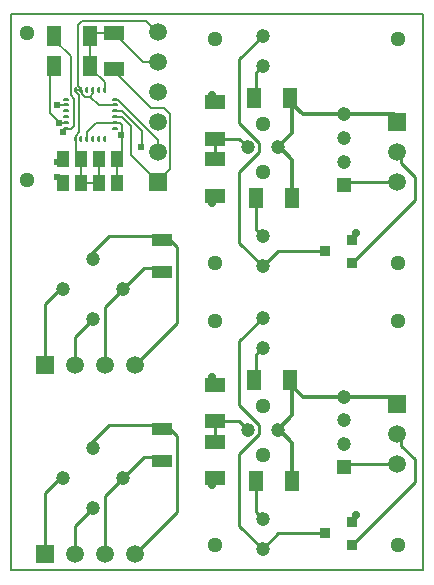
<source format=gtl>
%FSLAX23Y23*%
%MOIN*%
G70*
G01*
G75*
G04 Layer_Physical_Order=1*
G04 Layer_Color=255*
%ADD10C,0.005*%
%ADD11R,0.067X0.043*%
%ADD12C,0.010*%
%ADD13R,0.037X0.035*%
%ADD14R,0.037X0.035*%
%ADD15R,0.045X0.069*%
%ADD16R,0.069X0.045*%
%ADD17C,0.012*%
%ADD18R,0.043X0.055*%
%ADD19O,0.010X0.022*%
%ADD20O,0.022X0.010*%
%ADD21C,0.008*%
%ADD22C,0.047*%
%ADD23C,0.059*%
%ADD24R,0.059X0.059*%
%ADD25R,0.059X0.059*%
%ADD26R,0.047X0.047*%
%ADD27C,0.051*%
%ADD28C,0.028*%
%ADD29C,0.024*%
D10*
X0Y0D02*
X1374D01*
Y1853D01*
X0D02*
X1374D01*
X0Y0D02*
Y1853D01*
D11*
X504Y366D02*
D03*
Y472D02*
D03*
Y996D02*
D03*
Y1102D02*
D03*
D12*
X314Y249D02*
X444Y379D01*
X314Y56D02*
Y249D01*
X312Y54D02*
X314Y56D01*
X270Y429D02*
X325Y484D01*
X517D01*
X444Y379D02*
X506D01*
X212Y54D02*
Y147D01*
X269Y204D01*
X112Y54D02*
Y257D01*
X164Y309D01*
X552Y194D02*
Y449D01*
X412Y54D02*
X552Y194D01*
X517Y484D02*
X552Y449D01*
X314Y879D02*
X444Y1009D01*
X314Y686D02*
Y879D01*
X312Y684D02*
X314Y686D01*
X270Y1059D02*
X325Y1114D01*
X517D01*
X444Y1009D02*
X506D01*
X212Y684D02*
Y777D01*
X269Y834D01*
X112Y684D02*
Y887D01*
X164Y939D01*
X552Y824D02*
Y1078D01*
X412Y684D02*
X552Y824D01*
X517Y1114D02*
X552Y1078D01*
X1111Y343D02*
X1121Y353D01*
X1301D02*
X1121D01*
X1301Y416D02*
Y453D01*
X1345Y371D02*
X1301Y416D01*
X1345Y294D02*
Y371D01*
X1137Y85D02*
X1345Y294D01*
X1045Y123D02*
X889D01*
X838Y72D02*
X889Y123D01*
X817Y193D02*
Y299D01*
X838Y172D02*
X817Y193D01*
Y614D02*
Y721D01*
X838Y741D01*
X678Y429D02*
Y499D01*
X838Y72D02*
X761Y149D01*
Y764D02*
X838Y841D01*
X758Y499D02*
X678D01*
X788Y469D02*
X758Y499D01*
X761Y149D02*
Y387D01*
X827Y454D01*
X804Y507D02*
X761Y550D01*
Y764D01*
X827Y454D02*
Y484D01*
X804Y507D01*
Y507D01*
X1111Y1284D02*
X1121Y1294D01*
X1301D02*
X1121D01*
X1301Y1357D02*
Y1394D01*
X1345Y1312D02*
X1301Y1357D01*
X1345Y1235D02*
Y1312D01*
X1137Y1026D02*
X1345Y1235D01*
X1045Y1064D02*
X889D01*
X838Y1013D02*
X889Y1064D01*
X817Y1134D02*
Y1240D01*
X838Y1113D02*
X817Y1134D01*
Y1555D02*
Y1662D01*
X838Y1682D01*
X678Y1370D02*
Y1439D01*
X838Y1013D02*
X761Y1090D01*
Y1705D02*
X838Y1782D01*
X758Y1439D02*
X678D01*
X788Y1410D02*
X758Y1439D01*
X761Y1090D02*
Y1328D01*
X827Y1395D01*
X804Y1448D02*
X761Y1491D01*
Y1705D01*
X827Y1395D02*
Y1425D01*
X804Y1448D01*
Y1448D01*
D13*
X1045Y123D02*
D03*
X1137Y85D02*
D03*
X1045Y1064D02*
D03*
X1137Y1026D02*
D03*
D14*
X1137Y160D02*
D03*
Y1101D02*
D03*
D15*
X817Y299D02*
D03*
X937D02*
D03*
X811Y633D02*
D03*
X931D02*
D03*
X817Y1240D02*
D03*
X937D02*
D03*
X811Y1574D02*
D03*
X931D02*
D03*
X264Y1680D02*
D03*
X144D02*
D03*
X264Y1780D02*
D03*
X144D02*
D03*
D16*
X678Y309D02*
D03*
Y429D02*
D03*
Y619D02*
D03*
Y499D02*
D03*
Y1249D02*
D03*
Y1370D02*
D03*
Y1560D02*
D03*
Y1439D02*
D03*
X344Y1790D02*
D03*
Y1670D02*
D03*
D17*
X1111Y579D02*
X973D01*
X937Y614D01*
Y518D02*
Y614D01*
X888Y469D02*
X937Y518D01*
Y299D02*
Y426D01*
X895Y469D01*
X888D01*
X1301Y553D02*
X1275Y579D01*
X1111D01*
Y1520D02*
X973D01*
X937Y1555D01*
Y1459D02*
Y1555D01*
X888Y1410D02*
X937Y1459D01*
Y1240D02*
Y1367D01*
X895Y1410D01*
X888D01*
X1301Y1494D02*
X1275Y1520D01*
X1111D01*
D18*
X294Y1370D02*
D03*
X354D02*
D03*
X294Y1290D02*
D03*
X354D02*
D03*
X234Y1370D02*
D03*
X174D02*
D03*
X234Y1290D02*
D03*
X174D02*
D03*
D19*
X215Y1438D02*
D03*
X234D02*
D03*
X254D02*
D03*
X274D02*
D03*
X294D02*
D03*
X313D02*
D03*
Y1602D02*
D03*
X294D02*
D03*
X274D02*
D03*
X254D02*
D03*
X234D02*
D03*
X215D02*
D03*
D20*
X346Y1471D02*
D03*
Y1490D02*
D03*
Y1510D02*
D03*
Y1530D02*
D03*
Y1550D02*
D03*
Y1569D02*
D03*
X182D02*
D03*
Y1550D02*
D03*
Y1530D02*
D03*
Y1510D02*
D03*
Y1490D02*
D03*
Y1471D02*
D03*
D21*
X489Y1695D02*
X439D01*
X344Y1790D01*
X274D01*
X264Y1780D02*
X274Y1790D01*
X264Y1680D02*
Y1780D01*
Y1676D02*
Y1680D01*
X313Y1627D02*
X264Y1676D01*
X313Y1602D02*
Y1627D01*
X314Y1601D02*
X313Y1602D01*
X346Y1490D02*
X284D01*
X294Y1290D02*
Y1370D01*
X294Y1290D02*
X294Y1290D01*
X294Y1290D02*
X234D01*
Y1370D01*
X234Y1602D02*
X215D01*
X237Y1599D02*
X234Y1602D01*
X237Y1589D02*
Y1599D01*
X247Y1579D02*
X237Y1589D01*
X263Y1579D02*
X247D01*
X263D02*
X274Y1590D01*
Y1602D01*
X354Y1370D02*
X369Y1385D01*
X489Y1295D02*
X531Y1337D01*
X215Y1594D02*
Y1602D01*
X234Y1370D02*
X215Y1389D01*
Y1438D01*
X292Y1550D02*
X263Y1579D01*
X346Y1550D02*
X292D01*
X354Y1290D02*
Y1370D01*
X182Y1490D02*
X182Y1490D01*
X154Y1550D02*
X154Y1550D01*
X182Y1550D02*
X154D01*
X174Y1290D02*
X154Y1310D01*
X174Y1290D02*
X174D01*
X344Y1663D02*
Y1670D01*
X465Y1542D02*
X344Y1663D01*
X531Y1337D02*
Y1520D01*
X509Y1542D01*
X465D01*
X346Y1569D02*
X346Y1569D01*
Y1530D02*
X346Y1530D01*
X254Y1438D02*
Y1460D01*
X284Y1490D01*
X215Y1438D02*
Y1449D01*
X182Y1490D02*
X164D01*
X200Y1471D02*
X182D01*
X215Y1449D02*
X226Y1460D01*
Y1583D01*
X215Y1594D01*
X200Y1471D02*
X210Y1481D01*
Y1571D01*
X198Y1584D01*
X164Y1490D02*
X130Y1524D01*
Y1666D01*
X144Y1680D01*
X489Y1795D02*
X485D01*
X450Y1830D01*
X237Y1599D02*
X223Y1613D01*
Y1817D01*
X236Y1830D01*
X450D02*
X236D01*
X198Y1584D02*
Y1714D01*
X144Y1768D01*
Y1780D01*
X434Y1410D02*
X435Y1411D01*
X489Y1295D02*
X398Y1386D01*
X346Y1510D02*
X346Y1510D01*
X369Y1385D02*
Y1486D01*
X364Y1490D01*
X346D01*
X398Y1386D02*
Y1480D01*
X368Y1510D01*
X346D01*
X435Y1411D02*
Y1465D01*
X370Y1530D01*
X346D01*
X356Y1569D02*
X346D01*
X489Y1395D02*
Y1436D01*
X356Y1569D01*
D22*
X374Y309D02*
D03*
X274Y209D02*
D03*
X174Y309D02*
D03*
X274Y409D02*
D03*
X374Y939D02*
D03*
X274Y839D02*
D03*
X174Y939D02*
D03*
X274Y1039D02*
D03*
X838Y172D02*
D03*
Y72D02*
D03*
Y741D02*
D03*
Y841D02*
D03*
X888Y469D02*
D03*
X788D02*
D03*
X1111Y579D02*
D03*
Y500D02*
D03*
Y421D02*
D03*
X838Y1113D02*
D03*
Y1013D02*
D03*
Y1682D02*
D03*
Y1782D02*
D03*
X888Y1410D02*
D03*
X788D02*
D03*
X1111Y1520D02*
D03*
Y1441D02*
D03*
Y1362D02*
D03*
D23*
X412Y54D02*
D03*
X312D02*
D03*
X212D02*
D03*
X412Y684D02*
D03*
X312D02*
D03*
X212D02*
D03*
X1286Y355D02*
D03*
Y455D02*
D03*
Y1296D02*
D03*
Y1396D02*
D03*
X489Y1795D02*
D03*
Y1695D02*
D03*
Y1595D02*
D03*
Y1495D02*
D03*
Y1395D02*
D03*
D24*
X112Y54D02*
D03*
Y684D02*
D03*
D25*
X1286Y555D02*
D03*
Y1496D02*
D03*
X489Y1295D02*
D03*
D26*
X1111Y343D02*
D03*
Y1284D02*
D03*
D27*
X1291Y83D02*
D03*
Y831D02*
D03*
X681Y83D02*
D03*
Y831D02*
D03*
X838Y547D02*
D03*
Y386D02*
D03*
X1291Y1024D02*
D03*
Y1772D02*
D03*
X681Y1024D02*
D03*
Y1772D02*
D03*
X838Y1488D02*
D03*
Y1327D02*
D03*
X54Y1790D02*
D03*
Y1300D02*
D03*
D28*
X671Y643D02*
D03*
X1151Y183D02*
D03*
X671Y283D02*
D03*
Y1584D02*
D03*
X1151Y1124D02*
D03*
X671Y1224D02*
D03*
D29*
X174Y1460D02*
D03*
X367Y1451D02*
D03*
X434Y1410D02*
D03*
X154Y1360D02*
D03*
Y1550D02*
D03*
X160Y1491D02*
D03*
X154Y1310D02*
D03*
M02*

</source>
